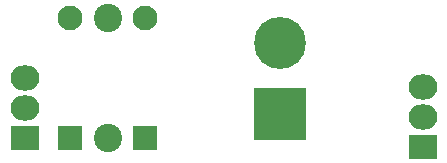
<source format=gbr>
G04 #@! TF.FileFunction,Soldermask,Bot*
%FSLAX46Y46*%
G04 Gerber Fmt 4.6, Leading zero omitted, Abs format (unit mm)*
G04 Created by KiCad (PCBNEW 4.0.2-stable) date 9/4/2016 3:00:48 AM*
%MOMM*%
G01*
G04 APERTURE LIST*
%ADD10C,0.100000*%
%ADD11C,2.099260*%
%ADD12R,2.099260X2.099260*%
%ADD13C,2.398980*%
%ADD14C,4.400000*%
%ADD15R,4.400000X4.400000*%
%ADD16R,2.432000X2.127200*%
%ADD17O,2.432000X2.127200*%
G04 APERTURE END LIST*
D10*
D11*
X130810000Y-99060000D03*
D12*
X130810000Y-109220000D03*
D11*
X137160000Y-99060000D03*
D12*
X137160000Y-109220000D03*
D13*
X133985000Y-109220000D03*
X133985000Y-99060000D03*
D14*
X148590000Y-101220000D03*
D15*
X148590000Y-107220000D03*
D16*
X127000000Y-109220000D03*
D17*
X127000000Y-106680000D03*
X127000000Y-104140000D03*
D16*
X160655000Y-109982000D03*
D17*
X160655000Y-107442000D03*
X160655000Y-104902000D03*
M02*

</source>
